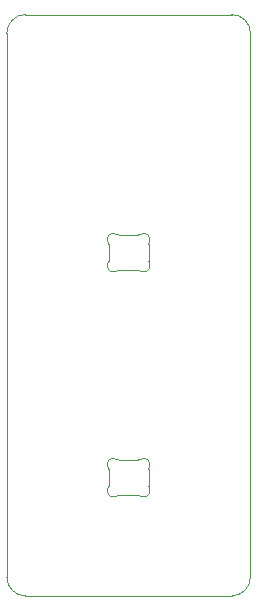
<source format=gbr>
%TF.GenerationSoftware,KiCad,Pcbnew,(6.0.7-1)-1*%
%TF.CreationDate,2022-12-25T16:23:58+07:00*%
%TF.ProjectId,pcb,7063622e-6b69-4636-9164-5f7063625858,rev?*%
%TF.SameCoordinates,Original*%
%TF.FileFunction,Profile,NP*%
%FSLAX46Y46*%
G04 Gerber Fmt 4.6, Leading zero omitted, Abs format (unit mm)*
G04 Created by KiCad (PCBNEW (6.0.7-1)-1) date 2022-12-25 16:23:58*
%MOMM*%
%LPD*%
G01*
G04 APERTURE LIST*
%TA.AperFunction,Profile*%
%ADD10C,0.100000*%
%TD*%
G04 APERTURE END LIST*
D10*
X139223750Y-92075000D02*
X139223750Y-49212500D01*
X120173750Y-46037450D02*
G75*
G03*
X118586250Y-47625000I50J-1587550D01*
G01*
X139223700Y-47625000D02*
G75*
G03*
X137636250Y-46037500I-1587500J0D01*
G01*
X118586250Y-49212500D02*
X118586250Y-92075000D01*
X120173750Y-95250000D02*
X137636250Y-95250000D01*
X118586250Y-49212500D02*
X118586250Y-47625000D01*
X139223750Y-92075000D02*
X139223750Y-93662500D01*
X137636250Y-46037500D02*
X120173750Y-46037500D01*
X118586300Y-93662500D02*
G75*
G03*
X120173750Y-95250000I1587500J0D01*
G01*
X118586250Y-92075000D02*
X118586250Y-93662500D01*
X139223750Y-49212500D02*
X139223750Y-47625000D01*
X137636250Y-95250050D02*
G75*
G03*
X139223750Y-93662500I-50J1587550D01*
G01*
%TO.C,LED1*%
X130604999Y-66901591D02*
X130604999Y-65495907D01*
X128110548Y-67698749D02*
X129699452Y-67698749D01*
X129699452Y-64698750D02*
X128110547Y-64698750D01*
X127205001Y-65495907D02*
X127205001Y-66901591D01*
X130654484Y-65279029D02*
G75*
G03*
X129951711Y-64630450I-450514J216879D01*
G01*
X127155516Y-67118469D02*
G75*
G03*
X127205001Y-66901591I-450505J216876D01*
G01*
X130654482Y-65279028D02*
G75*
G03*
X130604999Y-65495907I450548J-216882D01*
G01*
X129699453Y-64698749D02*
G75*
G03*
X129951711Y-64630450I-3J500009D01*
G01*
X129951711Y-67767046D02*
G75*
G03*
X130654484Y-67118469I252258J431700D01*
G01*
X130605009Y-66901592D02*
G75*
G03*
X130654484Y-67118469I499391J-158D01*
G01*
X127858289Y-64630451D02*
G75*
G03*
X128110547Y-64698750I252261J431710D01*
G01*
X127155517Y-67118468D02*
G75*
G03*
X127858289Y-67767048I450513J-216880D01*
G01*
X128110548Y-67698749D02*
G75*
G03*
X127858289Y-67767048I2J-500009D01*
G01*
X129951710Y-67767047D02*
G75*
G03*
X129699452Y-67698749I-252260J-431713D01*
G01*
X127858289Y-64630451D02*
G75*
G03*
X127155516Y-65279029I-252259J-431700D01*
G01*
X127205001Y-65495906D02*
G75*
G03*
X127155516Y-65279029I-499990J1D01*
G01*
%TO.C,LED2*%
X130604999Y-85951591D02*
X130604999Y-84545907D01*
X128110548Y-86748749D02*
X129699452Y-86748749D01*
X129699452Y-83748750D02*
X128110547Y-83748750D01*
X127205001Y-84545907D02*
X127205001Y-85951591D01*
X128110548Y-86748749D02*
G75*
G03*
X127858289Y-86817048I2J-500009D01*
G01*
X127858289Y-83680451D02*
G75*
G03*
X128110547Y-83748750I252261J431710D01*
G01*
X130654482Y-84329028D02*
G75*
G03*
X130604999Y-84545907I450548J-216882D01*
G01*
X127858289Y-83680451D02*
G75*
G03*
X127155516Y-84329029I-252259J-431700D01*
G01*
X129951711Y-86817046D02*
G75*
G03*
X130654484Y-86168469I252258J431700D01*
G01*
X129951710Y-86817047D02*
G75*
G03*
X129699452Y-86748749I-252260J-431713D01*
G01*
X130654484Y-84329029D02*
G75*
G03*
X129951711Y-83680450I-450514J216879D01*
G01*
X130605009Y-85951592D02*
G75*
G03*
X130654484Y-86168469I499391J-158D01*
G01*
X127155517Y-86168468D02*
G75*
G03*
X127858289Y-86817048I450513J-216880D01*
G01*
X127205001Y-84545906D02*
G75*
G03*
X127155516Y-84329029I-499990J1D01*
G01*
X129699453Y-83748749D02*
G75*
G03*
X129951711Y-83680450I-3J500009D01*
G01*
X127155516Y-86168469D02*
G75*
G03*
X127205001Y-85951591I-450505J216876D01*
G01*
%TD*%
M02*

</source>
